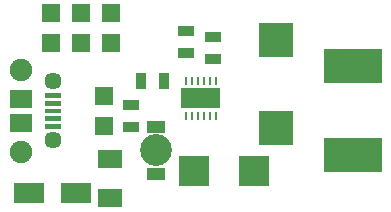
<source format=gbr>
G04 #@! TF.FileFunction,Soldermask,Top*
%FSLAX46Y46*%
G04 Gerber Fmt 4.6, Leading zero omitted, Abs format (unit mm)*
G04 Created by KiCad (PCBNEW 4.1.0-alpha+201607041450+6962~46~ubuntu16.04.1-product) date Tue Jul  5 21:20:07 2016*
%MOMM*%
%LPD*%
G01*
G04 APERTURE LIST*
%ADD10C,0.100000*%
%ADD11R,0.250000X0.700000*%
%ADD12R,0.825000X0.850000*%
%ADD13R,2.550160X2.499360*%
%ADD14R,5.000000X3.000000*%
%ADD15R,3.000000X3.000000*%
%ADD16C,1.450000*%
%ADD17C,1.900000*%
%ADD18R,1.397000X0.889000*%
%ADD19R,2.499360X1.800860*%
%ADD20R,1.524000X1.524000*%
%ADD21R,0.889000X1.397000*%
%ADD22R,1.500000X1.050000*%
%ADD23C,2.700000*%
%ADD24R,2.032000X1.524000*%
G04 APERTURE END LIST*
D10*
D11*
X156157500Y-115600000D03*
X155657500Y-115600000D03*
X155157500Y-115600000D03*
X154657500Y-115600000D03*
X154157500Y-115600000D03*
X153657500Y-115600000D03*
X153657500Y-118500000D03*
X154157500Y-118500000D03*
X154657500Y-118500000D03*
X155157500Y-118500000D03*
X155657500Y-118500000D03*
X156157500Y-118500000D03*
D12*
X153670000Y-117475000D03*
X154495000Y-117475000D03*
X155320000Y-117475000D03*
X156145000Y-117475000D03*
X153670000Y-116625000D03*
X154495000Y-116625000D03*
X155320000Y-116625000D03*
X156145000Y-116625000D03*
D13*
X154335480Y-123190000D03*
X159385000Y-123190000D03*
D14*
X167775000Y-121800000D03*
X167775000Y-114300000D03*
D15*
X161290000Y-112124000D03*
X161290000Y-119524000D03*
D16*
X142400000Y-115610000D03*
X142400000Y-120610000D03*
D10*
G36*
X141725000Y-117910000D02*
X143075000Y-117910000D01*
X143075000Y-118310000D01*
X141725000Y-118310000D01*
X141725000Y-117910000D01*
X141725000Y-117910000D01*
G37*
G36*
X141725000Y-117260000D02*
X143075000Y-117260000D01*
X143075000Y-117660000D01*
X141725000Y-117660000D01*
X141725000Y-117260000D01*
X141725000Y-117260000D01*
G37*
G36*
X141725000Y-116610000D02*
X143075000Y-116610000D01*
X143075000Y-117010000D01*
X141725000Y-117010000D01*
X141725000Y-116610000D01*
X141725000Y-116610000D01*
G37*
G36*
X141725000Y-118560000D02*
X143075000Y-118560000D01*
X143075000Y-118960000D01*
X141725000Y-118960000D01*
X141725000Y-118560000D01*
X141725000Y-118560000D01*
G37*
G36*
X141725000Y-119210000D02*
X143075000Y-119210000D01*
X143075000Y-119610000D01*
X141725000Y-119610000D01*
X141725000Y-119210000D01*
X141725000Y-119210000D01*
G37*
G36*
X138750000Y-116360000D02*
X140650000Y-116360000D01*
X140650000Y-117860000D01*
X138750000Y-117860000D01*
X138750000Y-116360000D01*
X138750000Y-116360000D01*
G37*
G36*
X138750000Y-118360000D02*
X140650000Y-118360000D01*
X140650000Y-119860000D01*
X138750000Y-119860000D01*
X138750000Y-118360000D01*
X138750000Y-118360000D01*
G37*
D17*
X139700000Y-121610000D03*
X139700000Y-114610000D03*
D18*
X155956000Y-113728500D03*
X155956000Y-111823500D03*
D19*
X140335000Y-125095000D03*
X144332960Y-125095000D03*
D20*
X146685000Y-119380000D03*
X146685000Y-116840000D03*
X142240000Y-112395000D03*
X142240000Y-109855000D03*
X144780000Y-112395000D03*
X144780000Y-109855000D03*
X147320000Y-112395000D03*
X147320000Y-109855000D03*
D18*
X153670000Y-113220500D03*
X153670000Y-111315500D03*
D21*
X151765000Y-115570000D03*
X149860000Y-115570000D03*
D22*
X151130000Y-123444000D03*
X151130000Y-119444000D03*
D23*
X151130000Y-121444000D03*
D18*
X148971000Y-117602000D03*
X148971000Y-119507000D03*
D24*
X147193000Y-125476000D03*
X147193000Y-122174000D03*
M02*

</source>
